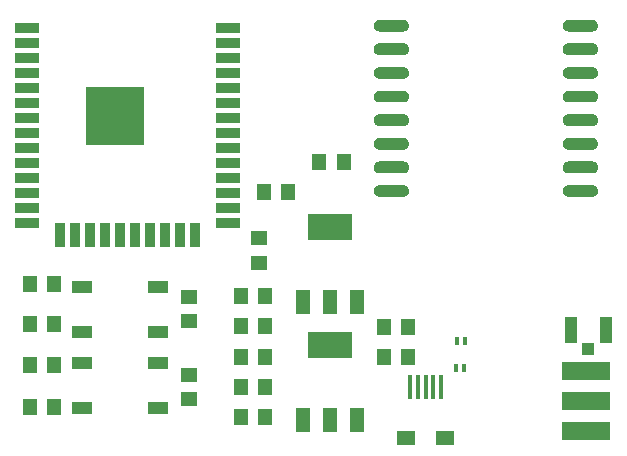
<source format=gtp>
G04 Layer: TopPasteMaskLayer*
G04 EasyEDA v6.2.35, 2019-08-15T18:41:42+02:00*
G04 d928556bf1d54400a7a5e192a75a7165,10119efe1344418d97fa33539d7a4e55,10*
G04 Gerber Generator version 0.2*
G04 Scale: 100 percent, Rotated: No, Reflected: No *
G04 Dimensions in millimeters *
G04 leading zeros omitted , absolute positions ,3 integer and 3 decimal *
%FSLAX33Y33*%
%MOMM*%
G90*
G71D02*

%ADD14R,3.799992X2.299995*%
%ADD15R,1.199998X1.999996*%
%ADD16R,1.160018X1.450010*%
%ADD17R,1.399540X1.300480*%
%ADD18R,0.450012X1.999996*%
%ADD19R,1.599997X1.199896*%
%ADD20R,1.999996X0.899998*%
%ADD21R,4.999990X4.999990*%
%ADD22R,0.899998X1.999996*%
%ADD23R,1.699997X0.999998*%
%ADD24R,1.450010X1.160018*%
%ADD25R,1.300480X1.399540*%
%ADD26R,1.050036X2.199894*%
%ADD27R,1.050036X0.999998*%
%ADD28R,4.064000X1.524000*%
%ADD29R,0.399999X0.650011*%

%LPD*%
G54D14*
G01X27686Y8509D03*
G54D15*
G01X27686Y2159D03*
G01X29985Y2159D03*
G01X25386Y2159D03*
G54D16*
G01X34290Y7493D03*
G01X32258Y7493D03*
G54D17*
G01X21717Y15494D03*
G01X21717Y17594D03*
G54D18*
G01X37103Y4949D03*
G01X36453Y4949D03*
G01X35803Y4949D03*
G01X35153Y4949D03*
G01X34503Y4949D03*
G54D19*
G01X37409Y638D03*
G01X34130Y654D03*
G54D20*
G01X2015Y35363D03*
G54D21*
G01X9516Y27864D03*
G54D20*
G01X2015Y34093D03*
G01X2015Y32823D03*
G01X2015Y31553D03*
G01X2015Y30283D03*
G01X2015Y29013D03*
G01X2015Y27743D03*
G01X2015Y26473D03*
G01X2015Y25203D03*
G01X2015Y23933D03*
G01X2015Y22663D03*
G01X2015Y21393D03*
G01X2015Y20123D03*
G01X2015Y18853D03*
G01X19015Y35363D03*
G01X19015Y34093D03*
G01X19015Y32823D03*
G01X19015Y31553D03*
G01X19015Y30283D03*
G01X19015Y29013D03*
G01X19015Y27743D03*
G01X19015Y26473D03*
G01X19015Y25203D03*
G01X19015Y23933D03*
G01X19015Y22663D03*
G01X19015Y21393D03*
G01X19015Y20123D03*
G01X19015Y18853D03*
G54D22*
G01X4801Y17853D03*
G01X6071Y17853D03*
G01X7341Y17853D03*
G01X8611Y17853D03*
G01X9881Y17853D03*
G01X11151Y17853D03*
G01X12421Y17853D03*
G01X13691Y17853D03*
G01X14961Y17853D03*
G01X16231Y17853D03*
G54D16*
G01X22225Y7493D03*
G01X20193Y7493D03*
G01X2286Y13716D03*
G01X4318Y13716D03*
G54D23*
G01X13155Y3180D03*
G01X6656Y3180D03*
G01X13155Y6979D03*
G01X6656Y6979D03*
G01X6656Y13449D03*
G01X13155Y13449D03*
G01X6656Y9648D03*
G01X13155Y9648D03*
G54D16*
G01X34290Y10033D03*
G01X32258Y10033D03*
G01X20193Y4953D03*
G01X22225Y4953D03*
G54D24*
G01X15748Y3937D03*
G01X15748Y5969D03*
G54D16*
G01X2286Y3302D03*
G01X4318Y3302D03*
G54D24*
G01X15748Y12573D03*
G01X15748Y10541D03*
G54D16*
G01X2286Y10287D03*
G01X4318Y10287D03*
G54D14*
G01X27686Y18542D03*
G54D15*
G01X27686Y12192D03*
G01X29985Y12192D03*
G01X25386Y12192D03*
G54D16*
G01X20193Y10160D03*
G01X22225Y10160D03*
G01X20193Y2413D03*
G01X22225Y2413D03*
G01X2286Y6858D03*
G01X4318Y6858D03*
G01X22098Y21463D03*
G01X24130Y21463D03*
G54D25*
G01X26762Y24003D03*
G01X28863Y24003D03*
G54D16*
G01X22225Y12700D03*
G01X20193Y12700D03*
G36*
G01X31393Y35560D02*
G01X31396Y35620D01*
G01X31407Y35679D01*
G01X31425Y35737D01*
G01X31450Y35792D01*
G01X31481Y35843D01*
G01X31518Y35891D01*
G01X31561Y35934D01*
G01X31609Y35971D01*
G01X31660Y36002D01*
G01X31715Y36027D01*
G01X31773Y36045D01*
G01X31832Y36056D01*
G01X31893Y36059D01*
G01X33892Y36059D01*
G01X33953Y36056D01*
G01X34012Y36045D01*
G01X34070Y36027D01*
G01X34125Y36002D01*
G01X34176Y35971D01*
G01X34224Y35934D01*
G01X34267Y35891D01*
G01X34304Y35843D01*
G01X34335Y35792D01*
G01X34360Y35737D01*
G01X34378Y35679D01*
G01X34389Y35620D01*
G01X34392Y35560D01*
G01X34389Y35499D01*
G01X34378Y35440D01*
G01X34360Y35382D01*
G01X34335Y35327D01*
G01X34304Y35276D01*
G01X34267Y35228D01*
G01X34224Y35185D01*
G01X34176Y35148D01*
G01X34125Y35117D01*
G01X34070Y35092D01*
G01X34012Y35074D01*
G01X33953Y35063D01*
G01X33892Y35059D01*
G01X31893Y35059D01*
G01X31832Y35063D01*
G01X31773Y35074D01*
G01X31715Y35092D01*
G01X31660Y35117D01*
G01X31609Y35148D01*
G01X31561Y35185D01*
G01X31518Y35228D01*
G01X31481Y35276D01*
G01X31450Y35327D01*
G01X31425Y35382D01*
G01X31407Y35440D01*
G01X31396Y35499D01*
G01X31393Y35560D01*
G37*
G36*
G01X31393Y33560D02*
G01X31396Y33620D01*
G01X31407Y33679D01*
G01X31425Y33737D01*
G01X31450Y33792D01*
G01X31481Y33843D01*
G01X31518Y33891D01*
G01X31561Y33934D01*
G01X31609Y33971D01*
G01X31660Y34002D01*
G01X31715Y34027D01*
G01X31773Y34045D01*
G01X31832Y34056D01*
G01X31893Y34059D01*
G01X33892Y34059D01*
G01X33953Y34056D01*
G01X34012Y34045D01*
G01X34070Y34027D01*
G01X34125Y34002D01*
G01X34176Y33971D01*
G01X34224Y33934D01*
G01X34267Y33891D01*
G01X34304Y33843D01*
G01X34335Y33792D01*
G01X34360Y33737D01*
G01X34378Y33679D01*
G01X34389Y33620D01*
G01X34392Y33560D01*
G01X34389Y33499D01*
G01X34378Y33440D01*
G01X34360Y33382D01*
G01X34335Y33327D01*
G01X34304Y33276D01*
G01X34267Y33228D01*
G01X34224Y33185D01*
G01X34176Y33148D01*
G01X34125Y33117D01*
G01X34070Y33092D01*
G01X34012Y33074D01*
G01X33953Y33063D01*
G01X33892Y33059D01*
G01X31893Y33059D01*
G01X31832Y33063D01*
G01X31773Y33074D01*
G01X31715Y33092D01*
G01X31660Y33117D01*
G01X31609Y33148D01*
G01X31561Y33185D01*
G01X31518Y33228D01*
G01X31481Y33276D01*
G01X31450Y33327D01*
G01X31425Y33382D01*
G01X31407Y33440D01*
G01X31396Y33499D01*
G01X31393Y33560D01*
G37*
G36*
G01X31393Y31560D02*
G01X31396Y31620D01*
G01X31407Y31679D01*
G01X31425Y31737D01*
G01X31450Y31792D01*
G01X31481Y31843D01*
G01X31518Y31891D01*
G01X31561Y31934D01*
G01X31609Y31971D01*
G01X31660Y32002D01*
G01X31715Y32027D01*
G01X31773Y32045D01*
G01X31832Y32056D01*
G01X31893Y32059D01*
G01X33892Y32059D01*
G01X33953Y32056D01*
G01X34012Y32045D01*
G01X34070Y32027D01*
G01X34125Y32002D01*
G01X34176Y31971D01*
G01X34224Y31934D01*
G01X34267Y31891D01*
G01X34304Y31843D01*
G01X34335Y31792D01*
G01X34360Y31737D01*
G01X34378Y31679D01*
G01X34389Y31620D01*
G01X34392Y31560D01*
G01X34389Y31499D01*
G01X34378Y31440D01*
G01X34360Y31382D01*
G01X34335Y31327D01*
G01X34304Y31276D01*
G01X34267Y31228D01*
G01X34224Y31185D01*
G01X34176Y31148D01*
G01X34125Y31117D01*
G01X34070Y31092D01*
G01X34012Y31074D01*
G01X33953Y31063D01*
G01X33892Y31059D01*
G01X31893Y31059D01*
G01X31832Y31063D01*
G01X31773Y31074D01*
G01X31715Y31092D01*
G01X31660Y31117D01*
G01X31609Y31148D01*
G01X31561Y31185D01*
G01X31518Y31228D01*
G01X31481Y31276D01*
G01X31450Y31327D01*
G01X31425Y31382D01*
G01X31407Y31440D01*
G01X31396Y31499D01*
G01X31393Y31560D01*
G37*
G36*
G01X31393Y29560D02*
G01X31396Y29620D01*
G01X31407Y29679D01*
G01X31425Y29737D01*
G01X31450Y29792D01*
G01X31481Y29843D01*
G01X31518Y29891D01*
G01X31561Y29934D01*
G01X31609Y29971D01*
G01X31660Y30002D01*
G01X31715Y30027D01*
G01X31773Y30045D01*
G01X31832Y30056D01*
G01X31893Y30059D01*
G01X33892Y30059D01*
G01X33953Y30056D01*
G01X34012Y30045D01*
G01X34070Y30027D01*
G01X34125Y30002D01*
G01X34176Y29971D01*
G01X34224Y29934D01*
G01X34267Y29891D01*
G01X34304Y29843D01*
G01X34335Y29792D01*
G01X34360Y29737D01*
G01X34378Y29679D01*
G01X34389Y29620D01*
G01X34392Y29560D01*
G01X34389Y29499D01*
G01X34378Y29440D01*
G01X34360Y29382D01*
G01X34335Y29327D01*
G01X34304Y29276D01*
G01X34267Y29228D01*
G01X34224Y29185D01*
G01X34176Y29148D01*
G01X34125Y29117D01*
G01X34070Y29092D01*
G01X34012Y29074D01*
G01X33953Y29063D01*
G01X33892Y29059D01*
G01X31893Y29059D01*
G01X31832Y29063D01*
G01X31773Y29074D01*
G01X31715Y29092D01*
G01X31660Y29117D01*
G01X31609Y29148D01*
G01X31561Y29185D01*
G01X31518Y29228D01*
G01X31481Y29276D01*
G01X31450Y29327D01*
G01X31425Y29382D01*
G01X31407Y29440D01*
G01X31396Y29499D01*
G01X31393Y29560D01*
G37*
G36*
G01X31393Y27560D02*
G01X31396Y27620D01*
G01X31407Y27679D01*
G01X31425Y27737D01*
G01X31450Y27792D01*
G01X31481Y27843D01*
G01X31518Y27891D01*
G01X31561Y27934D01*
G01X31609Y27971D01*
G01X31660Y28002D01*
G01X31715Y28027D01*
G01X31773Y28045D01*
G01X31832Y28056D01*
G01X31893Y28060D01*
G01X33892Y28060D01*
G01X33953Y28056D01*
G01X34012Y28045D01*
G01X34070Y28027D01*
G01X34125Y28002D01*
G01X34176Y27971D01*
G01X34224Y27934D01*
G01X34267Y27891D01*
G01X34304Y27843D01*
G01X34335Y27792D01*
G01X34360Y27737D01*
G01X34378Y27679D01*
G01X34389Y27620D01*
G01X34392Y27560D01*
G01X34389Y27499D01*
G01X34378Y27440D01*
G01X34360Y27382D01*
G01X34335Y27327D01*
G01X34304Y27276D01*
G01X34267Y27228D01*
G01X34224Y27185D01*
G01X34176Y27148D01*
G01X34125Y27117D01*
G01X34070Y27092D01*
G01X34012Y27074D01*
G01X33953Y27063D01*
G01X33892Y27060D01*
G01X31893Y27060D01*
G01X31832Y27063D01*
G01X31773Y27074D01*
G01X31715Y27092D01*
G01X31660Y27117D01*
G01X31609Y27148D01*
G01X31561Y27185D01*
G01X31518Y27228D01*
G01X31481Y27276D01*
G01X31450Y27327D01*
G01X31425Y27382D01*
G01X31407Y27440D01*
G01X31396Y27499D01*
G01X31393Y27560D01*
G37*
G36*
G01X31393Y25560D02*
G01X31396Y25620D01*
G01X31407Y25679D01*
G01X31425Y25737D01*
G01X31450Y25792D01*
G01X31481Y25843D01*
G01X31518Y25891D01*
G01X31561Y25934D01*
G01X31609Y25971D01*
G01X31660Y26002D01*
G01X31715Y26027D01*
G01X31773Y26045D01*
G01X31832Y26056D01*
G01X31893Y26059D01*
G01X33892Y26059D01*
G01X33953Y26056D01*
G01X34012Y26045D01*
G01X34070Y26027D01*
G01X34125Y26002D01*
G01X34176Y25971D01*
G01X34224Y25934D01*
G01X34267Y25891D01*
G01X34304Y25843D01*
G01X34335Y25792D01*
G01X34360Y25737D01*
G01X34378Y25679D01*
G01X34389Y25620D01*
G01X34392Y25560D01*
G01X34389Y25499D01*
G01X34378Y25440D01*
G01X34360Y25382D01*
G01X34335Y25327D01*
G01X34304Y25276D01*
G01X34267Y25228D01*
G01X34224Y25185D01*
G01X34176Y25148D01*
G01X34125Y25117D01*
G01X34070Y25092D01*
G01X34012Y25074D01*
G01X33953Y25063D01*
G01X33892Y25059D01*
G01X31893Y25059D01*
G01X31832Y25063D01*
G01X31773Y25074D01*
G01X31715Y25092D01*
G01X31660Y25117D01*
G01X31609Y25148D01*
G01X31561Y25185D01*
G01X31518Y25228D01*
G01X31481Y25276D01*
G01X31450Y25327D01*
G01X31425Y25382D01*
G01X31407Y25440D01*
G01X31396Y25499D01*
G01X31393Y25560D01*
G37*
G36*
G01X31393Y23560D02*
G01X31396Y23620D01*
G01X31407Y23679D01*
G01X31425Y23737D01*
G01X31450Y23792D01*
G01X31481Y23843D01*
G01X31518Y23891D01*
G01X31561Y23934D01*
G01X31609Y23971D01*
G01X31660Y24002D01*
G01X31715Y24027D01*
G01X31773Y24045D01*
G01X31832Y24056D01*
G01X31893Y24060D01*
G01X33892Y24060D01*
G01X33953Y24056D01*
G01X34012Y24045D01*
G01X34070Y24027D01*
G01X34125Y24002D01*
G01X34176Y23971D01*
G01X34224Y23934D01*
G01X34267Y23891D01*
G01X34304Y23843D01*
G01X34335Y23792D01*
G01X34360Y23737D01*
G01X34378Y23679D01*
G01X34389Y23620D01*
G01X34392Y23560D01*
G01X34389Y23499D01*
G01X34378Y23440D01*
G01X34360Y23382D01*
G01X34335Y23327D01*
G01X34304Y23276D01*
G01X34267Y23228D01*
G01X34224Y23185D01*
G01X34176Y23148D01*
G01X34125Y23117D01*
G01X34070Y23092D01*
G01X34012Y23074D01*
G01X33953Y23063D01*
G01X33892Y23060D01*
G01X31893Y23060D01*
G01X31832Y23063D01*
G01X31773Y23074D01*
G01X31715Y23092D01*
G01X31660Y23117D01*
G01X31609Y23148D01*
G01X31561Y23185D01*
G01X31518Y23228D01*
G01X31481Y23276D01*
G01X31450Y23327D01*
G01X31425Y23382D01*
G01X31407Y23440D01*
G01X31396Y23499D01*
G01X31393Y23560D01*
G37*
G36*
G01X31393Y21560D02*
G01X31396Y21620D01*
G01X31407Y21679D01*
G01X31425Y21737D01*
G01X31450Y21792D01*
G01X31481Y21844D01*
G01X31518Y21891D01*
G01X31561Y21934D01*
G01X31609Y21971D01*
G01X31660Y22002D01*
G01X31715Y22027D01*
G01X31773Y22045D01*
G01X31832Y22056D01*
G01X31893Y22059D01*
G01X33892Y22059D01*
G01X33953Y22056D01*
G01X34012Y22045D01*
G01X34070Y22027D01*
G01X34125Y22002D01*
G01X34176Y21971D01*
G01X34224Y21934D01*
G01X34267Y21891D01*
G01X34304Y21844D01*
G01X34335Y21792D01*
G01X34360Y21737D01*
G01X34378Y21679D01*
G01X34389Y21620D01*
G01X34392Y21560D01*
G01X34389Y21499D01*
G01X34378Y21440D01*
G01X34360Y21382D01*
G01X34335Y21327D01*
G01X34304Y21276D01*
G01X34267Y21228D01*
G01X34224Y21185D01*
G01X34176Y21148D01*
G01X34125Y21117D01*
G01X34070Y21092D01*
G01X34012Y21074D01*
G01X33953Y21063D01*
G01X33892Y21059D01*
G01X31893Y21059D01*
G01X31832Y21063D01*
G01X31773Y21074D01*
G01X31715Y21092D01*
G01X31660Y21117D01*
G01X31609Y21148D01*
G01X31561Y21185D01*
G01X31518Y21228D01*
G01X31481Y21276D01*
G01X31450Y21327D01*
G01X31425Y21382D01*
G01X31407Y21440D01*
G01X31396Y21499D01*
G01X31393Y21560D01*
G37*
G36*
G01X47393Y21560D02*
G01X47396Y21620D01*
G01X47407Y21679D01*
G01X47425Y21737D01*
G01X47450Y21792D01*
G01X47481Y21844D01*
G01X47518Y21891D01*
G01X47561Y21934D01*
G01X47608Y21971D01*
G01X47660Y22002D01*
G01X47715Y22027D01*
G01X47773Y22045D01*
G01X47832Y22056D01*
G01X47892Y22059D01*
G01X49892Y22059D01*
G01X49953Y22056D01*
G01X50012Y22045D01*
G01X50070Y22027D01*
G01X50125Y22002D01*
G01X50176Y21971D01*
G01X50224Y21934D01*
G01X50267Y21891D01*
G01X50304Y21844D01*
G01X50335Y21792D01*
G01X50360Y21737D01*
G01X50378Y21679D01*
G01X50389Y21620D01*
G01X50392Y21560D01*
G01X50389Y21499D01*
G01X50378Y21440D01*
G01X50360Y21382D01*
G01X50335Y21327D01*
G01X50304Y21276D01*
G01X50267Y21228D01*
G01X50224Y21185D01*
G01X50176Y21148D01*
G01X50125Y21117D01*
G01X50070Y21092D01*
G01X50012Y21074D01*
G01X49953Y21063D01*
G01X49892Y21059D01*
G01X47892Y21059D01*
G01X47832Y21063D01*
G01X47773Y21074D01*
G01X47715Y21092D01*
G01X47660Y21117D01*
G01X47608Y21148D01*
G01X47561Y21185D01*
G01X47518Y21228D01*
G01X47481Y21276D01*
G01X47450Y21327D01*
G01X47425Y21382D01*
G01X47407Y21440D01*
G01X47396Y21499D01*
G01X47393Y21560D01*
G37*
G36*
G01X47393Y23560D02*
G01X47396Y23620D01*
G01X47407Y23679D01*
G01X47425Y23737D01*
G01X47450Y23792D01*
G01X47481Y23843D01*
G01X47518Y23891D01*
G01X47561Y23934D01*
G01X47608Y23971D01*
G01X47660Y24002D01*
G01X47715Y24027D01*
G01X47773Y24045D01*
G01X47832Y24056D01*
G01X47892Y24060D01*
G01X49892Y24060D01*
G01X49953Y24056D01*
G01X50012Y24045D01*
G01X50070Y24027D01*
G01X50125Y24002D01*
G01X50176Y23971D01*
G01X50224Y23934D01*
G01X50267Y23891D01*
G01X50304Y23843D01*
G01X50335Y23792D01*
G01X50360Y23737D01*
G01X50378Y23679D01*
G01X50389Y23620D01*
G01X50392Y23560D01*
G01X50389Y23499D01*
G01X50378Y23440D01*
G01X50360Y23382D01*
G01X50335Y23327D01*
G01X50304Y23276D01*
G01X50267Y23228D01*
G01X50224Y23185D01*
G01X50176Y23148D01*
G01X50125Y23117D01*
G01X50070Y23092D01*
G01X50012Y23074D01*
G01X49953Y23063D01*
G01X49892Y23060D01*
G01X47892Y23060D01*
G01X47832Y23063D01*
G01X47773Y23074D01*
G01X47715Y23092D01*
G01X47660Y23117D01*
G01X47608Y23148D01*
G01X47561Y23185D01*
G01X47518Y23228D01*
G01X47481Y23276D01*
G01X47450Y23327D01*
G01X47425Y23382D01*
G01X47407Y23440D01*
G01X47396Y23499D01*
G01X47393Y23560D01*
G37*
G36*
G01X47393Y25560D02*
G01X47396Y25620D01*
G01X47407Y25679D01*
G01X47425Y25737D01*
G01X47450Y25792D01*
G01X47481Y25843D01*
G01X47518Y25891D01*
G01X47561Y25934D01*
G01X47608Y25971D01*
G01X47660Y26002D01*
G01X47715Y26027D01*
G01X47773Y26045D01*
G01X47832Y26056D01*
G01X47892Y26059D01*
G01X49892Y26059D01*
G01X49953Y26056D01*
G01X50012Y26045D01*
G01X50070Y26027D01*
G01X50125Y26002D01*
G01X50176Y25971D01*
G01X50224Y25934D01*
G01X50267Y25891D01*
G01X50304Y25843D01*
G01X50335Y25792D01*
G01X50360Y25737D01*
G01X50378Y25679D01*
G01X50389Y25620D01*
G01X50392Y25560D01*
G01X50389Y25499D01*
G01X50378Y25440D01*
G01X50360Y25382D01*
G01X50335Y25327D01*
G01X50304Y25276D01*
G01X50267Y25228D01*
G01X50224Y25185D01*
G01X50176Y25148D01*
G01X50125Y25117D01*
G01X50070Y25092D01*
G01X50012Y25074D01*
G01X49953Y25063D01*
G01X49892Y25059D01*
G01X47892Y25059D01*
G01X47832Y25063D01*
G01X47773Y25074D01*
G01X47715Y25092D01*
G01X47660Y25117D01*
G01X47608Y25148D01*
G01X47561Y25185D01*
G01X47518Y25228D01*
G01X47481Y25276D01*
G01X47450Y25327D01*
G01X47425Y25382D01*
G01X47407Y25440D01*
G01X47396Y25499D01*
G01X47393Y25560D01*
G37*
G36*
G01X47393Y27560D02*
G01X47396Y27620D01*
G01X47407Y27679D01*
G01X47425Y27737D01*
G01X47450Y27792D01*
G01X47481Y27843D01*
G01X47518Y27891D01*
G01X47561Y27934D01*
G01X47608Y27971D01*
G01X47660Y28002D01*
G01X47715Y28027D01*
G01X47773Y28045D01*
G01X47832Y28056D01*
G01X47892Y28060D01*
G01X49892Y28060D01*
G01X49953Y28056D01*
G01X50012Y28045D01*
G01X50070Y28027D01*
G01X50125Y28002D01*
G01X50176Y27971D01*
G01X50224Y27934D01*
G01X50267Y27891D01*
G01X50304Y27843D01*
G01X50335Y27792D01*
G01X50360Y27737D01*
G01X50378Y27679D01*
G01X50389Y27620D01*
G01X50392Y27560D01*
G01X50389Y27499D01*
G01X50378Y27440D01*
G01X50360Y27382D01*
G01X50335Y27327D01*
G01X50304Y27276D01*
G01X50267Y27228D01*
G01X50224Y27185D01*
G01X50176Y27148D01*
G01X50125Y27117D01*
G01X50070Y27092D01*
G01X50012Y27074D01*
G01X49953Y27063D01*
G01X49892Y27060D01*
G01X47892Y27060D01*
G01X47832Y27063D01*
G01X47773Y27074D01*
G01X47715Y27092D01*
G01X47660Y27117D01*
G01X47608Y27148D01*
G01X47561Y27185D01*
G01X47518Y27228D01*
G01X47481Y27276D01*
G01X47450Y27327D01*
G01X47425Y27382D01*
G01X47407Y27440D01*
G01X47396Y27499D01*
G01X47393Y27560D01*
G37*
G36*
G01X47393Y29560D02*
G01X47396Y29620D01*
G01X47407Y29679D01*
G01X47425Y29737D01*
G01X47450Y29792D01*
G01X47481Y29843D01*
G01X47518Y29891D01*
G01X47561Y29934D01*
G01X47608Y29971D01*
G01X47660Y30002D01*
G01X47715Y30027D01*
G01X47773Y30045D01*
G01X47832Y30056D01*
G01X47892Y30059D01*
G01X49892Y30059D01*
G01X49953Y30056D01*
G01X50012Y30045D01*
G01X50070Y30027D01*
G01X50125Y30002D01*
G01X50176Y29971D01*
G01X50224Y29934D01*
G01X50267Y29891D01*
G01X50304Y29843D01*
G01X50335Y29792D01*
G01X50360Y29737D01*
G01X50378Y29679D01*
G01X50389Y29620D01*
G01X50392Y29560D01*
G01X50389Y29499D01*
G01X50378Y29440D01*
G01X50360Y29382D01*
G01X50335Y29327D01*
G01X50304Y29276D01*
G01X50267Y29228D01*
G01X50224Y29185D01*
G01X50176Y29148D01*
G01X50125Y29117D01*
G01X50070Y29092D01*
G01X50012Y29074D01*
G01X49953Y29063D01*
G01X49892Y29059D01*
G01X47892Y29059D01*
G01X47832Y29063D01*
G01X47773Y29074D01*
G01X47715Y29092D01*
G01X47660Y29117D01*
G01X47608Y29148D01*
G01X47561Y29185D01*
G01X47518Y29228D01*
G01X47481Y29276D01*
G01X47450Y29327D01*
G01X47425Y29382D01*
G01X47407Y29440D01*
G01X47396Y29499D01*
G01X47393Y29560D01*
G37*
G36*
G01X47393Y31560D02*
G01X47396Y31620D01*
G01X47407Y31679D01*
G01X47425Y31737D01*
G01X47450Y31792D01*
G01X47481Y31843D01*
G01X47518Y31891D01*
G01X47561Y31934D01*
G01X47608Y31971D01*
G01X47660Y32002D01*
G01X47715Y32027D01*
G01X47773Y32045D01*
G01X47832Y32056D01*
G01X47892Y32059D01*
G01X49892Y32059D01*
G01X49953Y32056D01*
G01X50012Y32045D01*
G01X50070Y32027D01*
G01X50125Y32002D01*
G01X50176Y31971D01*
G01X50224Y31934D01*
G01X50267Y31891D01*
G01X50304Y31843D01*
G01X50335Y31792D01*
G01X50360Y31737D01*
G01X50378Y31679D01*
G01X50389Y31620D01*
G01X50392Y31560D01*
G01X50389Y31499D01*
G01X50378Y31440D01*
G01X50360Y31382D01*
G01X50335Y31327D01*
G01X50304Y31276D01*
G01X50267Y31228D01*
G01X50224Y31185D01*
G01X50176Y31148D01*
G01X50125Y31117D01*
G01X50070Y31092D01*
G01X50012Y31074D01*
G01X49953Y31063D01*
G01X49892Y31059D01*
G01X47892Y31059D01*
G01X47832Y31063D01*
G01X47773Y31074D01*
G01X47715Y31092D01*
G01X47660Y31117D01*
G01X47608Y31148D01*
G01X47561Y31185D01*
G01X47518Y31228D01*
G01X47481Y31276D01*
G01X47450Y31327D01*
G01X47425Y31382D01*
G01X47407Y31440D01*
G01X47396Y31499D01*
G01X47393Y31560D01*
G37*
G36*
G01X47393Y33560D02*
G01X47396Y33620D01*
G01X47407Y33679D01*
G01X47425Y33737D01*
G01X47450Y33792D01*
G01X47481Y33843D01*
G01X47518Y33891D01*
G01X47561Y33934D01*
G01X47608Y33971D01*
G01X47660Y34002D01*
G01X47715Y34027D01*
G01X47773Y34045D01*
G01X47832Y34056D01*
G01X47892Y34059D01*
G01X49892Y34059D01*
G01X49953Y34056D01*
G01X50012Y34045D01*
G01X50070Y34027D01*
G01X50125Y34002D01*
G01X50176Y33971D01*
G01X50224Y33934D01*
G01X50267Y33891D01*
G01X50304Y33843D01*
G01X50335Y33792D01*
G01X50360Y33737D01*
G01X50378Y33679D01*
G01X50389Y33620D01*
G01X50392Y33560D01*
G01X50389Y33499D01*
G01X50378Y33440D01*
G01X50360Y33382D01*
G01X50335Y33327D01*
G01X50304Y33276D01*
G01X50267Y33228D01*
G01X50224Y33185D01*
G01X50176Y33148D01*
G01X50125Y33117D01*
G01X50070Y33092D01*
G01X50012Y33074D01*
G01X49953Y33063D01*
G01X49892Y33059D01*
G01X47892Y33059D01*
G01X47832Y33063D01*
G01X47773Y33074D01*
G01X47715Y33092D01*
G01X47660Y33117D01*
G01X47608Y33148D01*
G01X47561Y33185D01*
G01X47518Y33228D01*
G01X47481Y33276D01*
G01X47450Y33327D01*
G01X47425Y33382D01*
G01X47407Y33440D01*
G01X47396Y33499D01*
G01X47393Y33560D01*
G37*
G36*
G01X47393Y35560D02*
G01X47396Y35620D01*
G01X47407Y35679D01*
G01X47425Y35737D01*
G01X47450Y35792D01*
G01X47481Y35843D01*
G01X47518Y35891D01*
G01X47561Y35934D01*
G01X47608Y35971D01*
G01X47660Y36002D01*
G01X47715Y36027D01*
G01X47773Y36045D01*
G01X47832Y36056D01*
G01X47892Y36059D01*
G01X49892Y36059D01*
G01X49953Y36056D01*
G01X50012Y36045D01*
G01X50070Y36027D01*
G01X50125Y36002D01*
G01X50176Y35971D01*
G01X50224Y35934D01*
G01X50267Y35891D01*
G01X50304Y35843D01*
G01X50335Y35792D01*
G01X50360Y35737D01*
G01X50378Y35679D01*
G01X50389Y35620D01*
G01X50392Y35560D01*
G01X50389Y35499D01*
G01X50378Y35440D01*
G01X50360Y35382D01*
G01X50335Y35327D01*
G01X50304Y35276D01*
G01X50267Y35228D01*
G01X50224Y35185D01*
G01X50176Y35148D01*
G01X50125Y35117D01*
G01X50070Y35092D01*
G01X50012Y35074D01*
G01X49953Y35063D01*
G01X49892Y35059D01*
G01X47892Y35059D01*
G01X47832Y35063D01*
G01X47773Y35074D01*
G01X47715Y35092D01*
G01X47660Y35117D01*
G01X47608Y35148D01*
G01X47561Y35185D01*
G01X47518Y35228D01*
G01X47481Y35276D01*
G01X47450Y35327D01*
G01X47425Y35382D01*
G01X47407Y35440D01*
G01X47396Y35499D01*
G01X47393Y35560D01*
G37*
G54D26*
G01X48088Y9779D03*
G01X51037Y9779D03*
G54D27*
G01X49563Y8179D03*
G54D28*
G01X49403Y6350D03*
G01X49403Y3810D03*
G01X49403Y1270D03*
G54D29*
G01X39116Y8890D03*
G01X38415Y8890D03*
G01X38354Y6604D03*
G01X39054Y6604D03*
M00*
M02*

</source>
